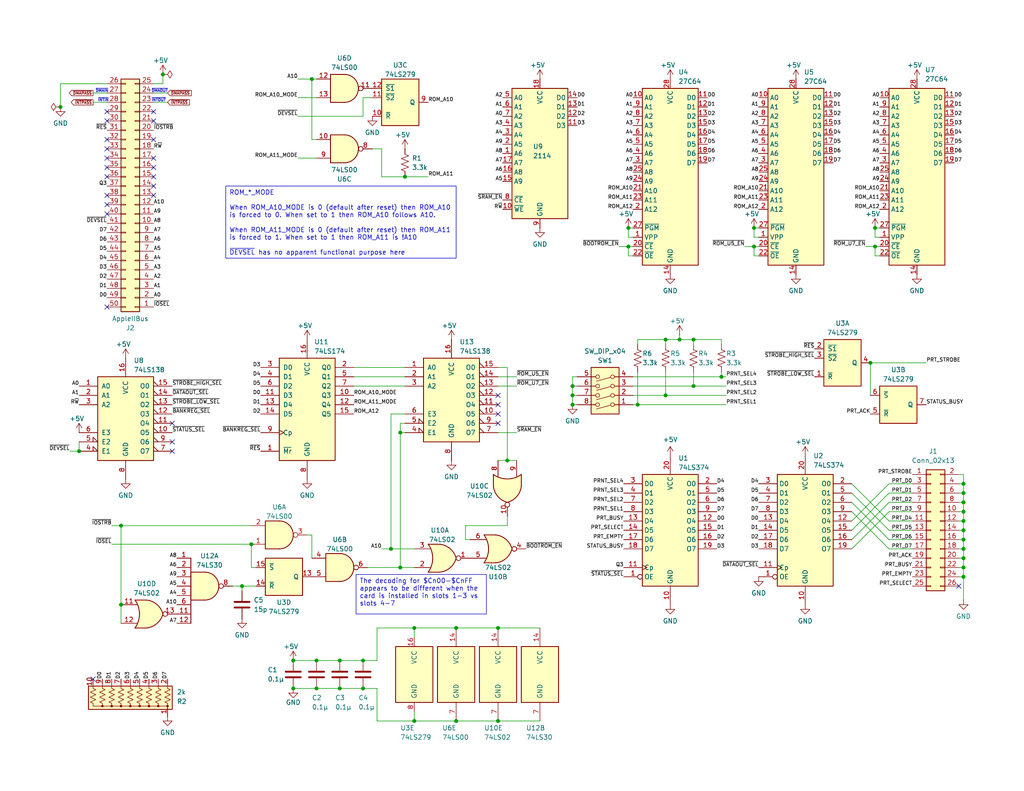
<source format=kicad_sch>
(kicad_sch (version 20231120) (generator "eeschema") (generator_version "8.0")
  (paper "USLetter")
  (title_block (title "Spies Laboratories NicePrint Card") (date "2023-10-25") (rev "2") (comment 2 "captured by Mark Aikens") (comment 3 "by Spies Laboratories") (comment 4 "Apple II printer card"))
  (lib_symbols
    (symbol "74xx:74LS00" (pin_names (offset 1.016))
      (property "Reference" "U" (at 0 1.27 0))
      (property "Value" "74LS00" (at 0 -1.27 0))
      (symbol "74LS00_1_1"
        (pin input line (at -7.62 2.54 0) (length 3.81) (name "~") (number "1"))
        (pin input line (at -7.62 -2.54 0) (length 3.81) (name "~") (number "2"))
        (pin output inverted (at 7.62 0 180) (length 3.81) (name "~") (number "3"))
      )
      (symbol "74LS00_1_2"
        (pin input inverted (at -7.62 2.54 0) (length 4.318) (name "~") (number "1"))
        (pin input inverted (at -7.62 -2.54 0) (length 4.318) (name "~") (number "2"))
        (pin output line (at 7.62 0 180) (length 3.81) (name "~") (number "3"))
      )
      (symbol "74LS00_2_1"
        (pin input line (at -7.62 2.54 0) (length 3.81) (name "~") (number "4"))
        (pin input line (at -7.62 -2.54 0) (length 3.81) (name "~") (number "5"))
        (pin output inverted (at 7.62 0 180) (length 3.81) (name "~") (number "6"))
      )
      (symbol "74LS00_2_2"
        (pin input inverted (at -7.62 2.54 0) (length 4.318) (name "~") (number "4"))
        (pin input inverted (at -7.62 -2.54 0) (length 4.318) (name "~") (number "5"))
        (pin output line (at 7.62 0 180) (length 3.81) (name "~") (number "6"))
      )
      (symbol "74LS00_3_1"
        (pin input line (at -7.62 -2.54 0) (length 3.81) (name "~") (number "10"))
        (pin output inverted (at 7.62 0 180) (length 3.81) (name "~") (number "8"))
        (pin input line (at -7.62 2.54 0) (length 3.81) (name "~") (number "9"))
      )
      (symbol "74LS00_3_2"
        (pin input inverted (at -7.62 -2.54 0) (length 4.318) (name "~") (number "10"))
        (pin output line (at 7.62 0 180) (length 3.81) (name "~") (number "8"))
        (pin input inverted (at -7.62 2.54 0) (length 4.318) (name "~") (number "9"))
      )
      (symbol "74LS00_4_1"
        (pin output inverted (at 7.62 0 180) (length 3.81) (name "~") (number "11"))
        (pin input line (at -7.62 2.54 0) (length 3.81) (name "~") (number "12"))
        (pin input line (at -7.62 -2.54 0) (length 3.81) (name "~") (number "13"))
      )
      (symbol "74LS00_4_2"
        (pin output line (at 7.62 0 180) (length 3.81) (name "~") (number "11"))
        (pin input inverted (at -7.62 2.54 0) (length 4.318) (name "~") (number "12"))
        (pin input inverted (at -7.62 -2.54 0) (length 4.318) (name "~") (number "13"))
      )
      (symbol "74LS00_5_0"
        (pin power_in line (at 0 12.7 270) (length 5.08) (name "VCC") (number "14"))
        (pin power_in line (at 0 -12.7 90) (length 5.08) (name "GND") (number "7"))
      )
    )
    (symbol "74xx:74LS02" (pin_names (offset 1.016))
      (property "Reference" "U" (at 0 1.27 0))
      (property "Value" "74LS02" (at 0 -1.27 0))
      (symbol "74LS02_1_1"
        (pin output inverted (at 7.62 0 180) (length 3.81) (name "~") (number "1"))
        (pin input line (at -7.62 2.54 0) (length 4.318) (name "~") (number "2"))
        (pin input line (at -7.62 -2.54 0) (length 4.318) (name "~") (number "3"))
      )
      (symbol "74LS02_1_2"
        (pin output line (at 7.62 0 180) (length 3.81) (name "~") (number "1"))
        (pin input inverted (at -7.62 2.54 0) (length 3.81) (name "~") (number "2"))
        (pin input inverted (at -7.62 -2.54 0) (length 3.81) (name "~") (number "3"))
      )
      (symbol "74LS02_2_1"
        (pin output inverted (at 7.62 0 180) (length 3.81) (name "~") (number "4"))
        (pin input line (at -7.62 2.54 0) (length 4.318) (name "~") (number "5"))
        (pin input line (at -7.62 -2.54 0) (length 4.318) (name "~") (number "6"))
      )
      (symbol "74LS02_2_2"
        (pin output line (at 7.62 0 180) (length 3.81) (name "~") (number "4"))
        (pin input inverted (at -7.62 2.54 0) (length 3.81) (name "~") (number "5"))
        (pin input inverted (at -7.62 -2.54 0) (length 3.81) (name "~") (number "6"))
      )
      (symbol "74LS02_3_1"
        (pin output inverted (at 7.62 0 180) (length 3.81) (name "~") (number "10"))
        (pin input line (at -7.62 2.54 0) (length 4.318) (name "~") (number "8"))
        (pin input line (at -7.62 -2.54 0) (length 4.318) (name "~") (number "9"))
      )
      (symbol "74LS02_3_2"
        (pin output line (at 7.62 0 180) (length 3.81) (name "~") (number "10"))
        (pin input inverted (at -7.62 2.54 0) (length 3.81) (name "~") (number "8"))
        (pin input inverted (at -7.62 -2.54 0) (length 3.81) (name "~") (number "9"))
      )
      (symbol "74LS02_4_1"
        (pin input line (at -7.62 2.54 0) (length 4.318) (name "~") (number "11"))
        (pin input line (at -7.62 -2.54 0) (length 4.318) (name "~") (number "12"))
        (pin output inverted (at 7.62 0 180) (length 3.81) (name "~") (number "13"))
      )
      (symbol "74LS02_4_2"
        (pin input inverted (at -7.62 2.54 0) (length 3.81) (name "~") (number "11"))
        (pin input inverted (at -7.62 -2.54 0) (length 3.81) (name "~") (number "12"))
        (pin output line (at 7.62 0 180) (length 3.81) (name "~") (number "13"))
      )
      (symbol "74LS02_5_0"
        (pin power_in line (at 0 12.7 270) (length 5.08) (name "VCC") (number "14"))
        (pin power_in line (at 0 -12.7 90) (length 5.08) (name "GND") (number "7"))
      )
    )
    (symbol "74xx:74LS138" (pin_names (offset 1.016))
      (property "Reference" "U" (at -7.62 11.43 0))
      (property "Value" "74LS138" (at -7.62 -13.97 0))
      (symbol "74LS138_1_0"
        (pin input line (at -12.7 7.62 0) (length 5.08) (name "A0") (number "1"))
        (pin output output_low (at 12.7 -5.08 180) (length 5.08) (name "O5") (number "10"))
        (pin output output_low (at 12.7 -2.54 180) (length 5.08) (name "O4") (number "11"))
        (pin output output_low (at 12.7 0 180) (length 5.08) (name "O3") (number "12"))
        (pin output output_low (at 12.7 2.54 180) (length 5.08) (name "O2") (number "13"))
        (pin output output_low (at 12.7 5.08 180) (length 5.08) (name "O1") (number "14"))
        (pin output output_low (at 12.7 7.62 180) (length 5.08) (name "O0") (number "15"))
        (pin power_in line (at 0 15.24 270) (length 5.08) (name "VCC") (number "16"))
        (pin input line (at -12.7 5.08 0) (length 5.08) (name "A1") (number "2"))
        (pin input line (at -12.7 2.54 0) (length 5.08) (name "A2") (number "3"))
        (pin input input_low (at -12.7 -10.16 0) (length 5.08) (name "E1") (number "4"))
        (pin input input_low (at -12.7 -7.62 0) (length 5.08) (name "E2") (number "5"))
        (pin input line (at -12.7 -5.08 0) (length 5.08) (name "E3") (number "6"))
        (pin output output_low (at 12.7 -10.16 180) (length 5.08) (name "O7") (number "7"))
        (pin power_in line (at 0 -17.78 90) (length 5.08) (name "GND") (number "8"))
        (pin output output_low (at 12.7 -7.62 180) (length 5.08) (name "O6") (number "9"))
      )
    )
    (symbol "74xx:74LS174" (pin_names (offset 1.016))
      (property "Reference" "U" (at -7.62 13.97 0))
      (property "Value" "74LS174" (at -7.62 -16.51 0))
      (symbol "74LS174_1_0"
        (pin input line (at -12.7 -12.7 0) (length 5.08) (name "~{Mr}") (number "1"))
        (pin output line (at 12.7 2.54 180) (length 5.08) (name "Q3") (number "10"))
        (pin input line (at -12.7 2.54 0) (length 5.08) (name "D3") (number "11"))
        (pin output line (at 12.7 0 180) (length 5.08) (name "Q4") (number "12"))
        (pin input line (at -12.7 0 0) (length 5.08) (name "D4") (number "13"))
        (pin input line (at -12.7 -2.54 0) (length 5.08) (name "D5") (number "14"))
        (pin output line (at 12.7 -2.54 180) (length 5.08) (name "Q5") (number "15"))
        (pin power_in line (at 0 17.78 270) (length 5.08) (name "VCC") (number "16"))
        (pin output line (at 12.7 10.16 180) (length 5.08) (name "Q0") (number "2"))
        (pin input line (at -12.7 10.16 0) (length 5.08) (name "D0") (number "3"))
        (pin input line (at -12.7 7.62 0) (length 5.08) (name "D1") (number "4"))
        (pin output line (at 12.7 7.62 180) (length 5.08) (name "Q1") (number "5"))
        (pin input line (at -12.7 5.08 0) (length 5.08) (name "D2") (number "6"))
        (pin output line (at 12.7 5.08 180) (length 5.08) (name "Q2") (number "7"))
        (pin power_in line (at 0 -20.32 90) (length 5.08) (name "GND") (number "8"))
        (pin input clock (at -12.7 -7.62 0) (length 5.08) (name "Cp") (number "9"))
      )
    )
    (symbol "74xx:74LS30" (pin_names (offset 1.016))
      (property "Reference" "U" (at 0 1.27 0))
      (property "Value" "74LS30" (at 0 -1.27 0))
      (symbol "74LS30_1_1"
        (pin input line (at -7.62 7.62 0) (length 3.81) (name "~") (number "1"))
        (pin input line (at -7.62 -7.62 0) (length 3.81) (name "~") (number "11"))
        (pin input line (at -7.62 -10.16 0) (length 3.81) (name "~") (number "12"))
        (pin input line (at -7.62 5.08 0) (length 3.81) (name "~") (number "2"))
        (pin input line (at -7.62 2.54 0) (length 3.81) (name "~") (number "3"))
        (pin input line (at -7.62 0 0) (length 3.81) (name "~") (number "4"))
        (pin input line (at -7.62 -2.54 0) (length 3.81) (name "~") (number "5"))
        (pin input line (at -7.62 -5.08 0) (length 3.81) (name "~") (number "6"))
        (pin output inverted (at 7.62 0 180) (length 3.81) (name "~") (number "8"))
      )
      (symbol "74LS30_1_2"
        (pin input inverted (at -7.62 7.62 0) (length 3.81) (name "~") (number "1"))
        (pin input inverted (at -7.62 -7.62 0) (length 3.81) (name "~") (number "11"))
        (pin input inverted (at -7.62 -10.16 0) (length 3.81) (name "~") (number "12"))
        (pin input inverted (at -7.62 5.08 0) (length 3.81) (name "~") (number "2"))
        (pin input inverted (at -7.62 2.54 0) (length 4.5466) (name "~") (number "3"))
        (pin input inverted (at -7.62 0 0) (length 5.08) (name "~") (number "4"))
        (pin input inverted (at -7.62 -2.54 0) (length 4.5466) (name "~") (number "5"))
        (pin input inverted (at -7.62 -5.08 0) (length 3.81) (name "~") (number "6"))
        (pin output line (at 7.62 0 180) (length 3.81) (name "~") (number "8"))
      )
      (symbol "74LS30_2_0"
        (pin power_in line (at 0 12.7 270) (length 5.08) (name "VCC") (number "14"))
        (pin power_in line (at 0 -12.7 90) (length 5.08) (name "GND") (number "7"))
      )
    )
    (symbol "74xx:74LS374"
      (property "Reference" "U" (at -7.62 16.51 0))
      (property "Value" "74LS374" (at -7.62 -16.51 0))
      (symbol "74LS374_1_0"
        (pin input inverted (at -12.7 -12.7 0) (length 5.08) (name "OE") (number "1"))
        (pin power_in line (at 0 -20.32 90) (length 5.08) (name "GND") (number "10"))
        (pin input clock (at -12.7 -10.16 0) (length 5.08) (name "Cp") (number "11"))
        (pin tri_state line (at 12.7 2.54 180) (length 5.08) (name "O4") (number "12"))
        (pin input line (at -12.7 2.54 0) (length 5.08) (name "D4") (number "13"))
        (pin input line (at -12.7 0 0) (length 5.08) (name "D5") (number "14"))
        (pin tri_state line (at 12.7 0 180) (length 5.08) (name "O5") (number "15"))
        (pin tri_state line (at 12.7 -2.54 180) (length 5.08) (name "O6") (number "16"))
        (pin input line (at -12.7 -2.54 0) (length 5.08) (name "D6") (number "17"))
        (pin input line (at -12.7 -5.08 0) (length 5.08) (name "D7") (number "18"))
        (pin tri_state line (at 12.7 -5.08 180) (length 5.08) (name "O7") (number "19"))
        (pin tri_state line (at 12.7 12.7 180) (length 5.08) (name "O0") (number "2"))
        (pin power_in line (at 0 20.32 270) (length 5.08) (name "VCC") (number "20"))
        (pin input line (at -12.7 12.7 0) (length 5.08) (name "D0") (number "3"))
        (pin input line (at -12.7 10.16 0) (length 5.08) (name "D1") (number "4"))
        (pin tri_state line (at 12.7 10.16 180) (length 5.08) (name "O1") (number "5"))
        (pin tri_state line (at 12.7 7.62 180) (length 5.08) (name "O2") (number "6"))
        (pin input line (at -12.7 7.62 0) (length 5.08) (name "D2") (number "7"))
        (pin input line (at -12.7 5.08 0) (length 5.08) (name "D3") (number "8"))
        (pin tri_state line (at 12.7 5.08 180) (length 5.08) (name "O3") (number "9"))
      )
    )
    (symbol "Connector_Generic:Conn_02x13_Odd_Even" (pin_names (offset 1.016) hide)
      (property "Reference" "J" (at 1.27 17.78 0))
      (property "Value" "Conn_02x13_Odd_Even" (at 1.27 -17.78 0))
      (symbol "Conn_02x13_Odd_Even_1_1"
        (pin passive line (at -5.08 15.24 0) (length 3.81) (name "Pin_1") (number "1"))
        (pin passive line (at 7.62 5.08 180) (length 3.81) (name "Pin_10") (number "10"))
        (pin passive line (at -5.08 2.54 0) (length 3.81) (name "Pin_11") (number "11"))
        (pin passive line (at 7.62 2.54 180) (length 3.81) (name "Pin_12") (number "12"))
        (pin passive line (at -5.08 0 0) (length 3.81) (name "Pin_13") (number "13"))
        (pin passive line (at 7.62 0 180) (length 3.81) (name "Pin_14") (number "14"))
        (pin passive line (at -5.08 -2.54 0) (length 3.81) (name "Pin_15") (number "15"))
        (pin passive line (at 7.62 -2.54 180) (length 3.81) (name "Pin_16") (number "16"))
        (pin passive line (at -5.08 -5.08 0) (length 3.81) (name "Pin_17") (number "17"))
        (pin passive line (at 7.62 -5.08 180) (length 3.81) (name "Pin_18") (number "18"))
        (pin passive line (at -5.08 -7.62 0) (length 3.81) (name "Pin_19") (number "19"))
        (pin passive line (at 7.62 15.24 180) (length 3.81) (name "Pin_2") (number "2"))
        (pin passive line (at 7.62 -7.62 180) (length 3.81) (name "Pin_20") (number "20"))
        (pin passive line (at -5.08 -10.16 0) (length 3.81) (name "Pin_21") (number "21"))
        (pin passive line (at 7.62 -10.16 180) (length 3.81) (name "Pin_22") (number "22"))
        (pin passive line (at -5.08 -12.7 0) (length 3.81) (name "Pin_23") (number "23"))
        (pin passive line (at 7.62 -12.7 180) (length 3.81) (name "Pin_24") (number "24"))
        (pin passive line (at -5.08 -15.24 0) (length 3.81) (name "Pin_25") (number "25"))
        (pin passive line (at 7.62 -15.24 180) (length 3.81) (name "Pin_26") (number "26"))
        (pin passive line (at -5.08 12.7 0) (length 3.81) (name "Pin_3") (number "3"))
        (pin passive line (at 7.62 12.7 180) (length 3.81) (name "Pin_4") (number "4"))
        (pin passive line (at -5.08 10.16 0) (length 3.81) (name "Pin_5") (number "5"))
        (pin passive line (at 7.62 10.16 180) (length 3.81) (name "Pin_6") (number "6"))
        (pin passive line (at -5.08 7.62 0) (length 3.81) (name "Pin_7") (number "7"))
        (pin passive line (at 7.62 7.62 180) (length 3.81) (name "Pin_8") (number "8"))
        (pin passive line (at -5.08 5.08 0) (length 3.81) (name "Pin_9") (number "9"))
      )
    )
    (symbol "Connector_Generic:Conn_02x25_Counter_Clockwise" (pin_names (offset 1.016) hide)
      (property "Reference" "J" (at 1.27 33.02 0))
      (property "Value" "Conn_02x25_Counter_Clockwise" (at 1.27 -33.02 0))
      (symbol "Conn_02x25_Counter_Clockwise_1_1"
        (pin passive line (at -5.08 30.48 0) (length 3.81) (name "Pin_1") (number "1"))
        (pin passive line (at -5.08 7.62 0) (length 3.81) (name "Pin_10") (number "10"))
        (pin passive line (at -5.08 5.08 0) (length 3.81) (name "Pin_11") (number "11"))
        (pin passive line (at -5.08 2.54 0) (length 3.81) (name "Pin_12") (number "12"))
        (pin passive line (at -5.08 0 0) (length 3.81) (name "Pin_13") (number "13"))
        (pin passive line (at -5.08 -2.54 0) (length 3.81) (name "Pin_14") (number "14"))
        (pin passive line (at -5.08 -5.08 0) (length 3.81) (name "Pin_15") (number "15"))
        (pin passive line (at -5.08 -7.62 0) (length 3.81) (name "Pin_16") (number "16"))
        (pin passive line (at -5.08 -10.16 0) (length 3.81) (name "Pin_17") (number "17"))
        (pin passive line (at -5.08 -12.7 0) (length 3.81) (name "Pin_18") (number "18"))
        (pin passive line (at -5.08 -15.24 0) (length 3.81) (name "Pin_19") (number "19"))
        (pin passive line (at -5.08 27.94 0) (length 3.81) (name "Pin_2") (number "2"))
        (pin passive line (at -5.08 -17.78 0) (length 3.81) (name "Pin_20") (number "20"))
        (pin passive line (at -5.08 -20.32 0) (length 3.81) (name "Pin_21") (number "21"))
        (pin passive line (at -5.08 -22.86 0) (length 3.81) (name "Pin_22") (number "22"))
        (pin passive line (at -5.08 -25.4 0) (length 3.81) (name "Pin_23") (number "23"))
        (pin passive line (at -5.08 -27.94 0) (length 3.81) (name "Pin_24") (number "24"))
        (pin passive line (at -5.08 -30.48 0) (length 3.81) (name "Pin_25") (number "25"))
        (pin passive line (at 7.62 -30.48 180) (length 3.81) (name "Pin_26") (number "26"))
        (pin passive line (at 7.62 -27.94 180) (length 3.81) (name "Pin_27") (number "27"))
        (pin passive line (at 7.62 -25.4 180) (length 3.81) (name "Pin_28") (number "28"))
        (pin passive line (at 7.62 -22.86 180) (length 3.81) (name "Pin_29") (number "29"))
        (pin passive line (at -5.08 25.4 0) (length 3.81) (name "Pin_3") (number "3"))
        (pin passive line (at 7.62 -20.32 180) (length 3.81) (name "Pin_30") (number "30"))
        (pin passive line (at 7.62 -17.78 180) (length 3.81) (name "Pin_31") (number "31"))
        (pin passive line (at 7.62 -15.24 180) (length 3.81) (name "Pin_32") (number "32"))
        (pin passive line (at 7.62 -12.7 180) (length 3.81) (name "Pin_33") (number "33"))
        (pin passive line (at 7.62 -10.16 180) (length 3.81) (name "Pin_34") (number "34"))
        (pin passive line (at 7.62 -7.62 180) (length 3.81) (name "Pin_35") (number "35"))
        (pin passive line (at 7.62 -5.08 180) (length 3.81) (name "Pin_36") (number "36"))
        (pin passive line (at 7.62 -2.54 180) (length 3.81) (name "Pin_37") (number "37"))
        (pin passive line (at 7.62 0 180) (length 3.81) (name "Pin_38") (number "38"))
        (pin passive line (at 7.62 2.54 180) (length 3.81) (name "Pin_39") (number "39"))
        (pin passive line (at -5.08 22.86 0) (length 3.81) (name "Pin_4") (number "4"))
        (pin passive line (at 7.62 5.08 180) (length 3.81) (name "Pin_40") (number "40"))
        (pin passive line (at 7.62 7.62 180) (length 3.81) (name "Pin_41") (number "41"))
        (pin passive line (at 7.62 10.16 180) (length 3.81) (name "Pin_42") (number "42"))
        (pin passive line (at 7.62 12.7 180) (length 3.81) (name "Pin_43") (number "43"))
        (pin passive line (at 7.62 15.24 180) (length 3.81) (name "Pin_44") (number "44"))
        (pin passive line (at 7.62 17.78 180) (length 3.81) (name "Pin_45") (number "45"))
        (pin passive line (at 7.62 20.32 180) (length 3.81) (name "Pin_46") (number "46"))
        (pin passive line (at 7.62 22.86 180) (length 3.81) (name "Pin_47") (number "47"))
        (pin passive line (at 7.62 25.4 180) (length 3.81) (name "Pin_48") (number "48"))
        (pin passive line (at 7.62 27.94 180) (length 3.81) (name "Pin_49") (number "49"))
        (pin passive line (at -5.08 20.32 0) (length 3.81) (name "Pin_5") (number "5"))
        (pin passive line (at 7.62 30.48 180) (length 3.81) (name "Pin_50") (number "50"))
        (pin passive line (at -5.08 17.78 0) (length 3.81) (name "Pin_6") (number "6"))
        (pin passive line (at -5.08 15.24 0) (length 3.81) (name "Pin_7") (number "7"))
        (pin passive line (at -5.08 12.7 0) (length 3.81) (name "Pin_8") (number "8"))
        (pin passive line (at -5.08 10.16 0) (length 3.81) (name "Pin_9") (number "9"))
      )
    )
    (symbol "Device:C" (pin_numbers hide) (pin_names (offset 0.254))
      (property "Reference" "C" (at 0.635 2.54 0))
      (property "Value" "C" (at 0.635 -2.54 0))
      (symbol "C_1_1"
        (pin passive line (at 0 3.81 270) (length 2.794) (name "~") (number "1"))
        (pin passive line (at 0 -3.81 90) (length 2.794) (name "~") (number "2"))
      )
    )
    (symbol "Device:R_Network09_US" (pin_names (offset 0) hide)
      (property "Reference" "RN" (at -12.7 0 90))
      (property "Value" "R_Network09_US" (at 12.7 0 90))
      (symbol "R_Network09_US_1_1"
        (pin passive line (at -10.16 5.08 270) (length 2.54) (name "common") (number "1"))
        (pin passive line (at 10.16 -5.08 90) (length 1.27) (name "R9") (number "10"))
        (pin passive line (at -10.16 -5.08 90) (length 1.27) (name "R1") (number "2"))
        (pin passive line (at -7.62 -5.08 90) (length 1.27) (name "R2") (number "3"))
        (pin passive line (at -5.08 -5.08 90) (length 1.27) (name "R3") (number "4"))
        (pin passive line (at -2.54 -5.08 90) (length 1.27) (name "R4") (number "5"))
        (pin passive line (at 0 -5.08 90) (length 1.27) (name "R5") (number "6"))
        (pin passive line (at 2.54 -5.08 90) (length 1.27) (name "R6") (number "7"))
        (pin passive line (at 5.08 -5.08 90) (length 1.27) (name "R7") (number "8"))
        (pin passive line (at 7.62 -5.08 90) (length 1.27) (name "R8") (number "9"))
      )
    )
    (symbol "Device:R_US" (pin_numbers hide) (pin_names (offset 0))
      (property "Reference" "R" (at 2.54 0 90))
      (property "Value" "R_US" (at -2.54 0 90))
      (symbol "R_US_1_1"
        (pin passive line (at 0 3.81 270) (length 1.27) (name "~") (number "1"))
        (pin passive line (at 0 -3.81 90) (length 1.27) (name "~") (number "2"))
      )
    )
    (symbol "Logic_Legacy:74LS279" (pin_names (offset 1.016))
      (property "Reference" "U" (at -10.16 7.62 0))
      (property "Value" "74LS279" (at -7.62 -8.89 0))
      (symbol "74LS279_1_0"
        (pin input line (at -7.62 -3.81 0) (length 2.54) (name "~{R}") (number "1"))
        (pin input line (at -7.62 3.81 0) (length 2.54) (name "~{S1}") (number "2"))
        (pin input line (at -7.62 1.27 0) (length 2.54) (name "~{S2}") (number "3"))
        (pin output line (at 7.62 0 180) (length 2.54) (name "Q") (number "4"))
      )
      (symbol "74LS279_2_0"
        (pin input line (at -7.62 -2.54 0) (length 2.54) (name "~{R}") (number "5"))
        (pin input line (at -7.62 2.54 0) (length 2.54) (name "~{S}") (number "6"))
        (pin output line (at 7.62 0 180) (length 2.54) (name "Q") (number "7"))
      )
      (symbol "74LS279_3_0"
        (pin input line (at -7.62 -3.81 0) (length 2.54) (name "~{R}") (number "10"))
        (pin input line (at -7.62 1.27 0) (length 2.54) (name "~{S2}") (number "11"))
        (pin input line (at -7.62 3.81 0) (length 2.54) (name "~{S1}") (number "12"))
        (pin output line (at 7.62 0 180) (length 2.54) (name "Q") (number "9"))
      )
      (symbol "74LS279_4_0"
        (pin output line (at 7.62 0 180) (length 2.54) (name "Q") (number "13"))
        (pin input line (at -7.62 -2.54 0) (length 2.54) (name "~{R}") (number "14"))
        (pin input line (at -7.62 2.54 0) (length 2.54) (name "~{S}") (number "15"))
      )
      (symbol "74LS279_5_0"
        (pin power_in line (at 0 10.16 270) (length 2.54) (name "VCC") (number "16"))
        (pin power_in line (at 0 -10.16 90) (length 2.54) (name "GND") (number "8"))
      )
    )
    (symbol "Memory_EPROM:27C64"
      (property "Reference" "U" (at -7.62 24.13 0))
      (property "Value" "27C64" (at 2.54 -26.67 0))
      (symbol "27C64_1_1"
        (pin input line (at -10.16 -17.78 0) (length 2.54) (name "VPP") (number "1"))
        (pin input line (at -10.16 20.32 0) (length 2.54) (name "A0") (number "10"))
        (pin tri_state line (at 10.16 20.32 180) (length 2.54) (name "D0") (number "11"))
        (pin tri_state line (at 10.16 17.78 180) (length 2.54) (name "D1") (number "12"))
        (pin tri_state line (at 10.16 15.24 180) (length 2.54) (name "D2") (number "13"))
        (pin power_in line (at 0 -27.94 90) (length 2.54) (name "GND") (number "14"))
        (pin tri_state line (at 10.16 12.7 180) (length 2.54) (name "D3") (number "15"))
        (pin tri_state line (at 10.16 10.16 180) (length 2.54) (name "D4") (number "16"))
        (pin tri_state line (at 10.16 7.62 180) (length 2.54) (name "D5") (number "17"))
        (pin tri_state line (at 10.16 5.08 180) (length 2.54) (name "D6") (number "18"))
        (pin tri_state line (at 10.16 2.54 180) (length 2.54) (name "D7") (number "19"))
        (pin input line (at -10.16 -10.16 0) (length 2.54) (name "A12") (number "2"))
        (pin input line (at -10.16 -20.32 0) (length 2.54) (name "~{CE}") (number "20"))
        (pin input line (at -10.16 -5.08 0) (length 2.54) (name "A10") (number "21"))
        (pin input line (at -10.16 -22.86 0) (length 2.54) (name "~{OE}") (number "22"))
        (pin input line (at -10.16 -7.62 0) (length 2.54) (name "A11") (number "23"))
        (pin input line (at -10.16 -2.54 0) (length 2.54) (name "A9") (number "24"))
        (pin input line (at -10.16 0 0) (length 2.54) (name "A8") (number "25"))
        (pin no_connect line (at 7.62 0 180) (length 2.54) hide (name "NC") (number "26"))
        (pin input line (at -10.16 -15.24 0) (length 2.54) (name "~{PGM}") (number "27"))
        (pin power_in line (at 0 25.4 270) (length 2.54) (name "VCC") (number "28"))
        (pin input line (at -10.16 2.54 0) (length 2.54) (name "A7") (number "3"))
        (pin input line (at -10.16 5.08 0) (length 2.54) (name "A6") (number "4"))
        (pin input line (at -10.16 7.62 0) (length 2.54) (name "A5") (number "5"))
        (pin input line (at -10.16 10.16 0) (length 2.54) (name "A4") (number "6"))
        (pin input line (at -10.16 12.7 0) (length 2.54) (name "A3") (number "7"))
        (pin input line (at -10.16 15.24 0) (length 2.54) (name "A2") (number "8"))
        (pin input line (at -10.16 17.78 0) (length 2.54) (name "A1") (number "9"))
      )
    )
    (symbol "Memory_Legacy:2114"
      (property "Reference" "U" (at -7.62 19.05 0))
      (property "Value" "2114" (at 2.54 -19.05 0))
      (symbol "2114_1_1"
        (pin input line (at -10.16 0 0) (length 2.54) (name "A6") (number "1"))
        (pin input line (at -10.16 -15.24 0) (length 2.54) (name "~{WE}") (number "10"))
        (pin tri_state line (at 10.16 7.62 180) (length 2.54) (name "D3") (number "11"))
        (pin tri_state line (at 10.16 10.16 180) (length 2.54) (name "D2") (number "12"))
        (pin tri_state line (at 10.16 12.7 180) (length 2.54) (name "D1") (number "13"))
        (pin tri_state line (at 10.16 15.24 180) (length 2.54) (name "D0") (number "14"))
        (pin input line (at -10.16 -7.62 0) (length 2.54) (name "A9") (number "15"))
        (pin input line (at -10.16 -5.08 0) (length 2.54) (name "A8") (number "16"))
        (pin input line (at -10.16 -2.54 0) (length 2.54) (name "A7") (number "17"))
        (pin power_in line (at 0 20.32 270) (length 2.54) (name "VCC") (number "18"))
        (pin input line (at -10.16 2.54 0) (length 2.54) (name "A5") (number "2"))
        (pin input line (at -10.16 5.08 0) (length 2.54) (name "A4") (number "3"))
        (pin input line (at -10.16 7.62 0) (length 2.54) (name "A3") (number "4"))
        (pin input line (at -10.16 15.24 0) (length 2.54) (name "A0") (number "5"))
        (pin input line (at -10.16 12.7 0) (length 2.54) (name "A1") (number "6"))
        (pin input line (at -10.16 10.16 0) (length 2.54) (name "A2") (number "7"))
        (pin input line (at -10.16 -12.7 0) (length 2.54) (name "~{CE}") (number "8"))
        (pin power_in line (at 0 -20.32 90) (length 2.54) (name "GND") (number "9"))
      )
    )
    (symbol "Switch:SW_DIP_x04" (pin_names (offset 0) hide)
      (property "Reference" "SW" (at 0 8.89 0))
      (property "Value" "SW_DIP_x04" (at 0 -6.35 0))
      (symbol "SW_DIP_x04_1_1"
        (pin passive line (at -7.62 5.08 0) (length 5.08) (name "~") (number "1"))
        (pin passive line (at -7.62 2.54 0) (length 5.08) (name "~") (number "2"))
        (pin passive line (at -7.62 0 0) (length 5.08) (name "~") (number "3"))
        (pin passive line (at -7.62 -2.54 0) (length 5.08) (name "~") (number "4"))
        (pin passive line (at 7.62 -2.54 180) (length 5.08) (name "~") (number "5"))
        (pin passive line (at 7.62 0 180) (length 5.08) (name "~") (number "6"))
        (pin passive line (at 7.62 2.54 180) (length 5.08) (name "~") (number "7"))
        (pin passive line (at 7.62 5.08 180) (length 5.08) (name "~") (number "8"))
      )
    )
    (symbol "power:+5V" (power) (pin_numbers hide) (pin_names (offset 0) hide)
      (property "Value" "+5V" (at 0 3.556 0))
      (symbol "+5V_1_1"
        (pin power_in line (at 0 0 90) (length 0) (name "~") (number "1"))
      )
    )
    (symbol "power:GND" (power) (pin_numbers hide) (pin_names (offset 0) hide)
      (property "Value" "GND" (at 0 -3.81 0))
      (symbol "GND_1_1"
        (pin power_in line (at 0 0 270) (length 0) (name "~") (number "1"))
      )
    )
    (symbol "power:PWR_FLAG" (power) (pin_numbers hide) (pin_names (offset 0) hide)
      (property "Value" "PWR_FLAG" (at 0 3.81 0))
      (symbol "PWR_FLAG_0_0"
        (pin power_out line (at 0 0 90) (length 0) (name "~") (number "1"))
      )
    )
  )
  (junction (at 124.46 171.45))
  (junction (at 262.89 147.32))
  (junction (at 205.74 62.23))
  (junction (at 171.45 67.31))
  (junction (at 113.03 196.85))
  (junction (at 181.61 92.71))
  (junction (at 262.89 142.24))
  (junction (at 86.36 180.34))
  (junction (at 80.01 187.96))
  (junction (at 33.02 165.1))
  (junction (at 135.89 196.85))
  (junction (at 135.89 171.45))
  (junction (at 21.59 123.19))
  (junction (at 185.42 92.71))
  (junction (at 156.21 105.41))
  (junction (at 66.04 160.02))
  (junction (at 262.89 157.48))
  (junction (at 196.85 102.87))
  (junction (at 156.21 107.95))
  (junction (at 189.23 105.41))
  (junction (at 262.89 134.62))
  (junction (at 44.45 20.32))
  (junction (at 92.71 187.96))
  (junction (at 80.01 180.34))
  (junction (at 109.22 118.11))
  (junction (at 262.89 139.7))
  (junction (at 238.76 62.23))
  (junction (at 92.71 180.34))
  (junction (at 237.49 99.06))
  (junction (at 124.46 196.85))
  (junction (at 262.89 144.78))
  (junction (at 138.43 125.73))
  (junction (at 99.06 180.34))
  (junction (at 110.49 48.26))
  (junction (at 262.89 132.08))
  (junction (at 262.89 152.4))
  (junction (at 262.89 137.16))
  (junction (at 99.06 187.96))
  (junction (at 173.99 110.49))
  (junction (at 33.02 143.51))
  (junction (at 262.89 154.94))
  (junction (at 171.45 62.23))
  (junction (at 238.76 67.31))
  (junction (at 262.89 149.86))
  (junction (at 109.22 154.94))
  (junction (at 189.23 92.71))
  (junction (at 113.03 171.45))
  (junction (at 205.74 67.31))
  (junction (at 16.51 29.21))
  (junction (at 86.36 187.96))
  (junction (at 181.61 107.95))
  (junction (at 85.09 21.59))
  (junction (at 156.21 110.49))
  (junction (at 68.58 148.59))
  (junction (at 106.68 149.86))
  (no_connect (at 135.89 107.95))
  (no_connect (at 29.21 38.1))
  (no_connect (at 29.21 33.02))
  (no_connect (at 29.21 43.18))
  (no_connect (at 41.91 53.34))
  (no_connect (at 46.99 115.57))
  (no_connect (at 29.21 83.82))
  (no_connect (at 46.99 123.19))
  (no_connect (at 261.62 160.02))
  (no_connect (at 29.21 48.26))
  (no_connect (at 29.21 55.88))
  (no_connect (at 25.4 185.42))
  (no_connect (at 29.21 58.42))
  (no_connect (at 41.91 50.8))
  (no_connect (at 29.21 45.72))
  (no_connect (at 135.89 113.03))
  (no_connect (at 46.99 120.65))
  (no_connect (at 41.91 38.1))
  (no_connect (at 41.91 45.72))
  (no_connect (at 41.91 30.48))
  (no_connect (at 41.91 33.02))
  (no_connect (at 29.21 30.48))
  (no_connect (at 135.89 115.57))
  (no_connect (at 29.21 53.34))
  (no_connect (at 135.89 110.49))
  (no_connect (at 41.91 43.18))
  (no_connect (at 29.21 40.64))
  (no_connect (at 41.91 48.26))
  (wire (pts (xy 116.84 48.26) (xy 110.49 48.26)))
  (wire (pts (xy 262.89 154.94) (xy 262.89 157.48)))
  (wire (pts (xy 261.62 134.62) (xy 262.89 134.62)))
  (wire (pts (xy 113.03 171.45) (xy 113.03 173.99)))
  (wire (pts (xy 113.03 196.85) (xy 113.03 194.31)))
  (wire (pts (xy 238.76 69.85) (xy 238.76 67.31)))
  (wire (pts (xy 171.45 69.85) (xy 172.72 69.85)))
  (wire (pts (xy 261.62 139.7) (xy 262.89 139.7)))
  (wire (pts (xy 261.62 152.4) (xy 262.89 152.4)))
  (wire (pts (xy 21.59 120.65) (xy 21.59 123.19)))
  (wire (pts (xy 140.97 118.11) (xy 135.89 118.11)))
  (wire (pts (xy 242.57 139.7) (xy 248.92 139.7)))
  (wire (pts (xy 185.42 92.71) (xy 189.23 92.71)))
  (wire (pts (xy 102.87 171.45) (xy 113.03 171.45)))
  (wire (pts (xy 92.71 180.34) (xy 99.06 180.34)))
  (wire (pts (xy 124.46 171.45) (xy 135.89 171.45)))
  (wire (pts (xy 68.58 154.94) (xy 68.58 148.59)))
  (wire (pts (xy 242.57 134.62) (xy 232.41 144.78)))
  (wire (pts (xy 135.89 171.45) (xy 147.32 171.45)))
  (wire (pts (xy 262.89 134.62) (xy 262.89 137.16)))
  (wire (pts (xy 86.36 187.96) (xy 92.71 187.96)))
  (wire (pts (xy 173.99 92.71) (xy 181.61 92.71)))
  (wire (pts (xy 86.36 21.59) (xy 85.09 21.59)))
  (wire (pts (xy 232.41 142.24) (xy 242.57 132.08)))
  (wire (pts (xy 173.99 110.49) (xy 198.12 110.49)))
  (wire (pts (xy 156.21 102.87) (xy 156.21 105.41)))
  (wire (pts (xy 189.23 101.6) (xy 189.23 105.41)))
  (wire (pts (xy 104.14 149.86) (xy 106.68 149.86)))
  (wire (pts (xy 135.89 196.85) (xy 147.32 196.85)))
  (wire (pts (xy 189.23 105.41) (xy 198.12 105.41)))
  (wire (pts (xy 181.61 107.95) (xy 198.12 107.95)))
  (wire (pts (xy 156.21 105.41) (xy 156.21 107.95)))
  (wire (pts (xy 124.46 196.85) (xy 135.89 196.85)))
  (wire (pts (xy 81.28 31.75) (xy 99.06 31.75)))
  (wire (pts (xy 205.74 67.31) (xy 207.01 67.31)))
  (wire (pts (xy 196.85 102.87) (xy 198.12 102.87)))
  (wire (pts (xy 262.89 149.86) (xy 262.89 152.4)))
  (wire (pts (xy 262.89 142.24) (xy 262.89 144.78)))
  (wire (pts (xy 30.48 148.59) (xy 68.58 148.59)))
  (wire (pts (xy 261.62 147.32) (xy 262.89 147.32)))
  (wire (pts (xy 261.62 149.86) (xy 262.89 149.86)))
  (wire (pts (xy 113.03 171.45) (xy 124.46 171.45)))
  (wire (pts (xy 196.85 92.71) (xy 196.85 93.98)))
  (wire (pts (xy 168.91 67.31) (xy 171.45 67.31)))
  (wire (pts (xy 140.97 105.41) (xy 135.89 105.41)))
  (wire (pts (xy 261.62 144.78) (xy 262.89 144.78)))
  (wire (pts (xy 156.21 107.95) (xy 156.21 110.49)))
  (wire (pts (xy 86.36 43.18) (xy 81.28 43.18)))
  (wire (pts (xy 262.89 144.78) (xy 262.89 147.32)))
  (wire (pts (xy 171.45 67.31) (xy 172.72 67.31)))
  (wire (pts (xy 181.61 92.71) (xy 185.42 92.71)))
  (wire (pts (xy 109.22 118.11) (xy 110.49 118.11)))
  (wire (pts (xy 171.45 64.77) (xy 172.72 64.77)))
  (wire (pts (xy 156.21 110.49) (xy 157.48 110.49)))
  (wire (pts (xy 113.03 196.85) (xy 124.46 196.85)))
  (wire (pts (xy 33.02 165.1) (xy 33.02 170.18)))
  (wire (pts (xy 242.57 142.24) (xy 232.41 132.08)))
  (wire (pts (xy 109.22 154.94) (xy 113.03 154.94)))
  (wire (pts (xy 81.28 26.67) (xy 86.36 26.67)))
  (wire (pts (xy 135.89 100.33) (xy 138.43 100.33)))
  (wire (pts (xy 261.62 132.08) (xy 262.89 132.08)))
  (wire (pts (xy 242.57 144.78) (xy 248.92 144.78)))
  (wire (pts (xy 173.99 92.71) (xy 173.99 93.98)))
  (wire (pts (xy 80.01 187.96) (xy 86.36 187.96)))
  (wire (pts (xy 100.33 154.94) (xy 109.22 154.94)))
  (wire (pts (xy 172.72 105.41) (xy 189.23 105.41)))
  (wire (pts (xy 262.89 137.16) (xy 262.89 139.7)))
  (wire (pts (xy 240.03 69.85) (xy 238.76 69.85)))
  (wire (pts (xy 25.4 25.4) (xy 29.21 25.4)))
  (wire (pts (xy 242.57 144.78) (xy 232.41 134.62)))
  (wire (pts (xy 205.74 67.31) (xy 205.74 69.85)))
  (wire (pts (xy 96.52 100.33) (xy 110.49 100.33)))
  (wire (pts (xy 261.62 154.94) (xy 262.89 154.94)))
  (wire (pts (xy 240.03 64.77) (xy 238.76 64.77)))
  (wire (pts (xy 33.02 143.51) (xy 33.02 165.1)))
  (wire (pts (xy 63.5 160.02) (xy 66.04 160.02)))
  (wire (pts (xy 81.28 21.59) (xy 85.09 21.59)))
  (wire (pts (xy 99.06 26.67) (xy 101.6 26.67)))
  (wire (pts (xy 106.68 113.03) (xy 110.49 113.03)))
  (wire (pts (xy 102.87 196.85) (xy 113.03 196.85)))
  (wire (pts (xy 262.89 157.48) (xy 262.89 163.83)))
  (wire (pts (xy 242.57 147.32) (xy 248.92 147.32)))
  (wire (pts (xy 205.74 62.23) (xy 207.01 62.23)))
  (wire (pts (xy 205.74 69.85) (xy 207.01 69.85)))
  (wire (pts (xy 242.57 149.86) (xy 232.41 139.7)))
  (wire (pts (xy 189.23 92.71) (xy 189.23 93.98)))
  (wire (pts (xy 41.91 25.4) (xy 45.72 25.4)))
  (wire (pts (xy 25.4 27.94) (xy 29.21 27.94)))
  (wire (pts (xy 196.85 102.87) (xy 196.85 101.6)))
  (wire (pts (xy 127 147.32) (xy 128.27 147.32)))
  (wire (pts (xy 242.57 137.16) (xy 248.92 137.16)))
  (wire (pts (xy 109.22 115.57) (xy 109.22 118.11)))
  (wire (pts (xy 205.74 64.77) (xy 205.74 62.23)))
  (wire (pts (xy 181.61 107.95) (xy 181.61 101.6)))
  (wire (pts (xy 138.43 143.51) (xy 127 143.51)))
  (wire (pts (xy 262.89 152.4) (xy 262.89 154.94)))
  (wire (pts (xy 238.76 67.31) (xy 240.03 67.31)))
  (wire (pts (xy 110.49 115.57) (xy 109.22 115.57)))
  (wire (pts (xy 66.04 160.02) (xy 66.04 161.29)))
  (wire (pts (xy 156.21 107.95) (xy 157.48 107.95)))
  (wire (pts (xy 242.57 137.16) (xy 232.41 147.32)))
  (wire (pts (xy 85.09 152.4) (xy 85.09 146.05)))
  (wire (pts (xy 181.61 93.98) (xy 181.61 92.71)))
  (wire (pts (xy 44.45 20.32) (xy 44.45 22.86)))
  (wire (pts (xy 242.57 147.32) (xy 232.41 137.16)))
  (wire (pts (xy 242.57 134.62) (xy 248.92 134.62)))
  (wire (pts (xy 189.23 92.71) (xy 196.85 92.71)))
  (wire (pts (xy 242.57 139.7) (xy 232.41 149.86)))
  (wire (pts (xy 138.43 100.33) (xy 138.43 125.73)))
  (wire (pts (xy 261.62 142.24) (xy 262.89 142.24)))
  (wire (pts (xy 262.89 129.54) (xy 262.89 132.08)))
  (wire (pts (xy 66.04 160.02) (xy 69.85 160.02)))
  (wire (pts (xy 242.57 142.24) (xy 248.92 142.24)))
  (wire (pts (xy 16.51 22.86) (xy 16.51 29.21)))
  (wire (pts (xy 69.85 154.94) (xy 68.58 154.94)))
  (wire (pts (xy 171.45 62.23) (xy 171.45 64.77)))
  (wire (pts (xy 102.87 187.96) (xy 102.87 196.85)))
  (wire (pts (xy 106.68 113.03) (xy 106.68 149.86)))
  (wire (pts (xy 248.92 132.08) (xy 242.57 132.08)))
  (wire (pts (xy 156.21 102.87) (xy 157.48 102.87)))
  (wire (pts (xy 96.52 102.87) (xy 110.49 102.87)))
  (wire (pts (xy 262.89 139.7) (xy 262.89 142.24)))
  (wire (pts (xy 261.62 137.16) (xy 262.89 137.16)))
  (wire (pts (xy 236.22 67.31) (xy 238.76 67.31)))
  (wire (pts (xy 238.76 64.77) (xy 238.76 62.23)))
  (wire (pts (xy 262.89 147.32) (xy 262.89 149.86)))
  (wire (pts (xy 140.97 102.87) (xy 135.89 102.87)))
  (wire (pts (xy 261.62 157.48) (xy 262.89 157.48)))
  (wire (pts (xy 262.89 132.08) (xy 262.89 134.62)))
  (wire (pts (xy 172.72 102.87) (xy 196.85 102.87)))
  (wire (pts (xy 237.49 99.06) (xy 252.73 99.06)))
  (wire (pts (xy 102.87 180.34) (xy 102.87 171.45)))
  (wire (pts (xy 99.06 187.96) (xy 102.87 187.96)))
  (wire (pts (xy 86.36 180.34) (xy 92.71 180.34)))
  (wire (pts (xy 237.49 99.06) (xy 237.49 107.95)))
  (wire (pts (xy 171.45 62.23) (xy 172.72 62.23)))
  (wire (pts (xy 171.45 67.31) (xy 171.45 69.85)))
  (wire (pts (xy 104.14 40.64) (xy 101.6 40.64)))
  (wire (pts (xy 99.06 180.34) (xy 102.87 180.34)))
  (wire (pts (xy 172.72 110.49) (xy 173.99 110.49)))
  (wire (pts (xy 261.62 129.54) (xy 262.89 129.54)))
  (wire (pts (xy 138.43 125.73) (xy 140.97 125.73)))
  (wire (pts (xy 185.42 91.44) (xy 185.42 92.71)))
  (wire (pts (xy 106.68 149.86) (xy 113.03 149.86)))
  (wire (pts (xy 104.14 48.26) (xy 104.14 40.64)))
  (wire (pts (xy 138.43 125.73) (xy 135.89 125.73)))
  (wire (pts (xy 96.52 105.41) (xy 110.49 105.41)))
  (wire (pts (xy 33.02 143.51) (xy 68.58 143.51)))
  (wire (pts (xy 172.72 107.95) (xy 181.61 107.95)))
  (wire (pts (xy 203.2 67.31) (xy 205.74 67.31)))
  (wire (pts (xy 80.01 180.34) (xy 86.36 180.34)))
  (wire (pts (xy 173.99 110.49) (xy 173.99 101.6)))
  (wire (pts (xy 30.48 143.51) (xy 33.02 143.51)))
  (wire (pts (xy 85.09 21.59) (xy 85.09 38.1)))
  (wire (pts (xy 110.49 48.26) (xy 104.14 48.26)))
  (wire (pts (xy 41.91 27.94) (xy 45.72 27.94)))
  (wire (pts (xy 156.21 105.41) (xy 157.48 105.41)))
  (wire (pts (xy 207.01 64.77) (xy 205.74 64.77)))
  (wire (pts (xy 138.43 140.97) (xy 138.43 143.51)))
  (wire (pts (xy 109.22 118.11) (xy 109.22 154.94)))
  (wire (pts (xy 86.36 38.1) (xy 85.09 38.1)))
  (wire (pts (xy 238.76 62.23) (xy 240.03 62.23)))
  (wire (pts (xy 19.05 123.19) (xy 21.59 123.19)))
  (wire (pts (xy 99.06 31.75) (xy 99.06 26.67)))
  (wire (pts (xy 242.57 149.86) (xy 248.92 149.86)))
  (wire (pts (xy 85.09 146.05) (xy 83.82 146.05)))
  (wire (pts (xy 127 143.51) (xy 127 147.32)))
  (wire (pts (xy 92.71 187.96) (xy 99.06 187.96)))
  (wire (pts (xy 29.21 22.86) (xy 16.51 22.86)))
  (wire (pts (xy 44.45 22.86) (xy 41.91 22.86)))
  (text_box "ROM_*_MODE\n\nWhen ROM_A10_MODE is 0 (default after reset) then ROM_A10 is forced to 0. When set to 1 then ROM_A10 follows A10.\n\nWhen ROM_A11_MODE is 0 (default after reset) then ROM_A11 is forced to 1. When set to 1 then ROM_A11 is !A10\n\n~{DEVSEL} has no apparent functional purpose here" (at 61.595 50.8 0) (size 62.865 19.685) (effects (font (size 1.27 1.27)) (justify left top)))
  (text_box "The decoding for $Cn00-$CnFF appears to be different when the card is installed in slots 1-3 vs slots 4-7" (at 97.155 156.845 0) (size 35.56 10.795) (effects (font (size 1.27 1.27)) (justify left top)))
  (text "~{DMAIN}" (at 26.035 25.4 0) (effects (font (size 0.75 0.75)) (justify left bottom)))
  (text "~{INTOUT}" (at 41.275 27.94 0) (effects (font (size 0.75 0.75)) (justify left bottom)))
  (text "~{DMAOUT}" (at 41.275 25.4 0) (effects (font (size 0.75 0.75)) (justify left bottom)))
  (text "~{INTIN}" (at 26.67 27.94 0) (effects (font (size 0.75 0.75)) (justify left bottom)))
  (label "D0" (at 193.04 26.67 0) (effects (font (size 1 1))))
  (label "A4" (at 172.72 36.83 180) (effects (font (size 1 1))))
  (label "A8" (at 240.03 46.99 180) (effects (font (size 1 1))))
  (label "D4" (at 195.58 132.08 0) (effects (font (size 1 1))))
  (label "Q3" (at 29.21 50.8 180) (effects (font (size 1 1))))
  (label "~{BOOTROM_EN}" (at 143.51 149.86 0) (effects (font (size 1 1))))
  (label "A8" (at 137.16 41.91 180) (effects (font (size 1 1))))
  (label "ROM_A11" (at 240.03 54.61 180) (effects (font (size 1 1))))
  (label "D0" (at 260.35 26.67 0) (effects (font (size 1 1))))
  (label "~{RES}" (at 222.25 95.25 180) (effects (font (size 1 1))))
  (label "D2" (at 157.48 31.75 0) (effects (font (size 1 1))))
  (label "PRT_SELECT" (at 170.18 144.78 180) (effects (font (size 1 1))))
  (label "D4" (at 38.1 185.42 90) (effects (font (size 1 1))))
  (label "A3" (at 41.91 73.66 0) (effects (font (size 1 1))))
  (label "A6" (at 41.91 66.04 0) (effects (font (size 1 1))))
  (label "A0" (at 240.03 26.67 180) (effects (font (size 1 1))))
  (label "~{IOSTRB}" (at 41.91 35.56 0) (effects (font (size 1 1))))
  (label "D5" (at 29.21 68.58 180) (effects (font (size 1 1))))
  (label "D2" (at 29.21 76.2 180) (effects (font (size 1 1))))
  (label "Q3" (at 170.18 154.94 180) (effects (font (size 1 1))))
  (label "A9" (at 207.01 49.53 180) (effects (font (size 1 1))))
  (label "D6" (at 195.58 137.16 0) (effects (font (size 1 1))))
  (label "D3" (at 35.56 185.42 90) (effects (font (size 1 1))))
  (label "ROM_A12" (at 96.52 113.03 0) (effects (font (size 1 1))))
  (label "ROM_A12" (at 172.72 57.15 180) (effects (font (size 1 1))))
  (label "ROM_A11" (at 172.72 54.61 180) (effects (font (size 1 1))))
  (label "~{ROM_U7_EN}" (at 236.22 67.31 180) (effects (font (size 1 1))))
  (label "D7" (at 227.33 44.45 0) (effects (font (size 1 1))))
  (label "D1" (at 227.33 29.21 0) (effects (font (size 1 1))))
  (label "A6" (at 48.26 154.94 180) (effects (font (size 1 1))))
  (label "ROM_A10" (at 172.72 52.07 180) (effects (font (size 1 1))))
  (label "~{IOSTRB}" (at 30.48 143.51 180) (effects (font (size 1 1))))
  (label "D2" (at 193.04 31.75 0) (effects (font (size 1 1))))
  (label "~{ROM_U5_EN}" (at 140.97 102.87 0) (effects (font (size 1 1))))
  (label "PRT_ACK" (at 248.92 152.4 180) (effects (font (size 1 1))))
  (label "R~{W}" (at 137.16 57.15 180) (effects (font (size 1 1))))
  (label "D0" (at 227.33 26.67 0) (effects (font (size 1 1))))
  (label "A1" (at 207.01 29.21 180) (effects (font (size 1 1))))
  (label "D5" (at 227.33 39.37 0) (effects (font (size 1 1))))
  (label "PRNT_SEL1" (at 170.18 139.7 180) (effects (font (size 1 1))))
  (label "A9" (at 41.91 58.42 0) (effects (font (size 1 1))))
  (label "D2" (at 195.58 147.32 0) (effects (font (size 1 1))))
  (label "A4" (at 41.91 71.12 0) (effects (font (size 1 1))))
  (label "PRT_BUSY" (at 248.92 154.94 180) (effects (font (size 1 1))))
  (label "D3" (at 157.48 34.29 0) (effects (font (size 1 1))))
  (label "D6" (at 29.21 66.04 180) (effects (font (size 1 1))))
  (label "A7" (at 48.26 170.18 180) (effects (font (size 1 1))))
  (label "~{ROM_U5_EN}" (at 203.2 67.31 180) (effects (font (size 1 1))))
  (label "~{BANKREG_SEL}" (at 46.99 113.03 0) (effects (font (size 1 1))))
  (label "A6" (at 240.03 41.91 180) (effects (font (size 1 1))))
  (label "D1" (at 260.35 29.21 0) (effects (font (size 1 1))))
  (label "A5" (at 137.16 49.53 180) (effects (font (size 1 1))))
  (label "PRT_BUSY" (at 170.18 142.24 180) (effects (font (size 1 1))))
  (label "A1" (at 137.16 29.21 180) (effects (font (size 1 1))))
  (label "A4" (at 137.16 36.83 180) (effects (font (size 1 1))))
  (label "D0" (at 157.48 26.67 0) (effects (font (size 1 1))))
  (label "D1" (at 29.21 78.74 180) (effects (font (size 1 1))))
  (label "D7" (at 193.04 44.45 0) (effects (font (size 1 1))))
  (label "D0" (at 29.21 81.28 180) (effects (font (size 1 1))))
  (label "PRNT_SEL2" (at 170.18 137.16 180) (effects (font (size 1 1))))
  (label "A8" (at 41.91 60.96 0) (effects (font (size 1 1))))
  (label "D5" (at 207.01 134.62 180) (effects (font (size 1 1))))
  (label "ROM_A11" (at 116.84 48.26 0) (effects (font (size 1 1))))
  (label "~{BOOTROM_EN}" (at 168.91 67.31 180) (effects (font (size 1 1))))
  (label "D1" (at 207.01 144.78 180) (effects (font (size 1 1))))
  (label "D4" (at 71.12 102.87 180) (effects (font (size 1 1))))
  (label "D3" (at 207.01 149.86 180) (effects (font (size 1 1))))
  (label "PRT_EMPTY" (at 248.92 157.48 180) (effects (font (size 1 1))))
  (label "~{SRAM_EN}" (at 137.16 54.61 180) (effects (font (size 1 1))))
  (label "PRT_D2" (at 248.92 137.16 180) (effects (font (size 1 1))))
  (label "A7" (at 41.91 63.5 0) (effects (font (size 1 1))))
  (label "D1" (at 193.04 29.21 0) (effects (font (size 1 1))))
  (label "D6" (at 227.33 41.91 0) (effects (font (size 1 1))))
  (label "A3" (at 137.16 34.29 180) (effects (font (size 1 1))))
  (label "A9" (at 137.16 39.37 180) (effects (font (size 1 1))))
  (label "PRT_D0" (at 248.92 132.08 180) (effects (font (size 1 1))))
  (label "A10" (at 48.26 165.1 180) (effects (font (size 1 1))))
  (label "A5" (at 207.01 39.37 180) (effects (font (size 1 1))))
  (label "A0" (at 41.91 81.28 0) (effects (font (size 1 1))))
  (label "A4" (at 240.03 36.83 180) (effects (font (size 1 1))))
  (label "A5" (at 48.26 160.02 180) (effects (font (size 1 1))))
  (label "D5" (at 40.64 185.42 90) (effects (font (size 1 1))))
  (label "R~{W}" (at 21.59 110.49 180) (effects (font (size 1 1))))
  (label "D1" (at 30.48 185.42 90) (effects (font (size 1 1))))
  (label "A4" (at 207.01 36.83 180) (effects (font (size 1 1))))
  (label "D7" (at 45.72 185.42 90) (effects (font (size 1 1))))
  (label "A1" (at 41.91 78.74 0) (effects (font (size 1 1))))
  (label "D2" (at 207.01 147.32 180) (effects (font (size 1 1))))
  (label "A0" (at 137.16 31.75 180) (effects (font (size 1 1))))
  (label "ROM_A10" (at 116.84 27.94 0) (effects (font (size 1 1))))
  (label "~{STROBE_LOW_SEL}" (at 222.25 102.87 180) (effects (font (size 1 1))))
  (label "ROM_A12" (at 207.01 57.15 180) (effects (font (size 1 1))))
  (label "A1" (at 21.59 107.95 180) (effects (font (size 1 1))))
  (label "PRT_ACK" (at 237.49 113.03 180) (effects (font (size 1 1))))
  (label "~{DEVSEL}" (at 29.21 60.96 180) (effects (font (size 1 1))))
  (label "D7" (at 195.58 139.7 0) (effects (font (size 1 1))))
  (label "~{RES}" (at 71.12 123.19 180) (effects (font (size 1 1))))
  (label "A10" (at 41.91 55.88 0) (effects (font (size 1 1))))
  (label "ROM_A10" (at 207.01 52.07 180) (effects (font (size 1 1))))
  (label "D5" (at 260.35 39.37 0) (effects (font (size 1 1))))
  (label "D7" (at 260.35 44.45 0) (effects (font (size 1 1))))
  (label "~{DATAOUT_SEL}" (at 46.99 107.95 0) (effects (font (size 1 1))))
  (label "D6" (at 43.18 185.42 90) (effects (font (size 1 1))))
  (label "PRT_D6" (at 248.92 147.32 180) (effects (font (size 1 1))))
  (label "PRT_D5" (at 248.92 144.78 180) (effects (font (size 1 1))))
  (label "ROM_A10_MODE" (at 81.28 26.67 180) (effects (font (size 1 1))))
  (label "PRNT_SEL3" (at 198.12 105.41 0) (effects (font (size 1 1))))
  (label "PRT_D4" (at 248.92 142.24 180) (effects (font (size 1 1))))
  (label "A6" (at 172.72 41.91 180) (effects (font (size 1 1))))
  (label "D6" (at 193.04 41.91 0) (effects (font (size 1 1))))
  (label "~{STATUS_SEL}" (at 170.18 157.48 180) (effects (font (size 1 1))))
  (label "A5" (at 41.91 68.58 0) (effects (font (size 1 1))))
  (label "D7" (at 207.01 139.7 180) (effects (font (size 1 1))))
  (label "A4" (at 48.26 162.56 180) (effects (font (size 1 1))))
  (label "D3" (at 71.12 100.33 180) (effects (font (size 1 1))))
  (label "A7" (at 207.01 44.45 180) (effects (font (size 1 1))))
  (label "D5" (at 193.04 39.37 0) (effects (font (size 1 1))))
  (label "A0" (at 172.72 26.67 180) (effects (font (size 1 1))))
  (label "D5" (at 195.58 134.62 0) (effects (font (size 1 1))))
  (label "D7" (at 29.21 63.5 180) (effects (font (size 1 1))))
  (label "PRT_D1" (at 248.92 134.62 180) (effects (font (size 1 1))))
  (label "D2" (at 260.35 31.75 0) (effects (font (size 1 1))))
  (label "A9" (at 172.72 49.53 180) (effects (font (size 1 1))))
  (label "A2" (at 41.91 76.2 0) (effects (font (size 1 1))))
  (label "~{STROBE_HIGH_SEL}" (at 46.99 105.41 0) (effects (font (size 1 1))))
  (label "D4" (at 260.35 36.83 0) (effects (font (size 1 1))))
  (label "PRT_STROBE" (at 248.92 129.54 180) (effects (font (size 1 1))))
  (label "~{DEVSEL}" (at 81.28 31.75 180) (effects (font (size 1 1))))
  (label "D1" (at 71.12 110.49 180) (effects (font (size 1 1))))
  (label "PRNT_SEL3" (at 170.18 134.62 180) (effects (font (size 1 1))))
  (label "A7" (at 240.03 44.45 180) (effects (font (size 1 1))))
  (label "D2" (at 33.02 185.42 90) (effects (font (size 1 1))))
  (label "D2" (at 71.12 113.03 180) (effects (font (size 1 1))))
  (label "A5" (at 240.03 39.37 180) (effects (font (size 1 1))))
  (label "~{DEVSEL}" (at 19.05 123.19 180) (effects (font (size 1 1))))
  (label "~{IOSEL}" (at 30.48 148.59 180) (effects (font (size 1 1))))
  (label "ROM_A12" (at 240.03 57.15 180) (effects (font (size 1 1))))
  (label "A2" (at 240.03 31.75 180) (effects (font (size 1 1))))
  (label "D0" (at 27.94 185.42 90) (effects (font (size 1 1))))
  (label "D3" (at 260.35 34.29 0) (effects (font (size 1 1))))
  (label "A3" (at 207.01 34.29 180) (effects (font (size 1 1))))
  (label "~{SRAM_EN}" (at 140.97 118.11 0) (effects (font (size 1 1))))
  (label "PRT_D3" (at 248.92 139.7 180) (effects (font (size 1 1))))
  (label "A9" (at 240.03 49.53 180) (effects (font (size 1 1))))
  (label "~{DATAOUT_SEL}" (at 207.01 154.94 180) (effects (font (size 1 1))))
  (label "PRT_STROBE" (at 252.73 99.06 0) (effects (font (size 1 1))))
  (label "A6" (at 207.01 41.91 180) (effects (font (size 1 1))))
  (label "D0" (at 207.01 142.24 180) (effects (font (size 1 1))))
  (label "D2" (at 227.33 31.75 0) (effects (font (size 1 1))))
  (label "D6" (at 207.01 137.16 180) (effects (font (size 1 1))))
  (label "PRT_SELECT" (at 248.92 160.02 180) (effects (font (size 1 1))))
  (label "D0" (at 195.58 142.24 0) (effects (font (size 1 1))))
  (label "PRT_D7" (at 248.92 149.86 180) (effects (font (size 1 1))))
  (label "A2" (at 137.16 26.67 180) (effects (font (size 1 1))))
  (label "PRT_EMPTY" (at 170.18 147.32 180) (effects (font (size 1 1))))
  (label "D3" (at 195.58 149.86 0) (effects (font (size 1 1))))
  (label "D3" (at 193.04 34.29 0) (effects (font (size 1 1))))
  (label "A8" (at 207.01 46.99 180) (effects (font (size 1 1))))
  (label "D4" (at 29.21 71.12 180) (effects (font (size 1 1))))
  (label "~{RES}" (at 29.21 35.56 180) (effects (font (size 1 1))))
  (label "A5" (at 172.72 39.37 180) (effects (font (size 1 1))))
  (label "ROM_A11_MODE" (at 96.52 110.49 0) (effects (font (size 1 1))))
  (label "ROM_A11_MODE" (at 81.28 43.18 180) (effects (font (size 1 1))))
  (label "PRNT_SEL4" (at 170.18 132.08 180) (effects (font (size 1 1))))
  (label "STATUS_BUSY" (at 252.73 110.49 0) (effects (font (size 1 1))))
  (label "A2" (at 207.01 31.75 180) (effects (font (size 1 1))))
  (label "D5" (at 71.12 105.41 180) (effects (font (size 1 1))))
  (label "D0" (at 71.12 107.95 180) (effects (font (size 1 1))))
  (label "STATUS_BUSY" (at 170.18 149.86 180) (effects (font (size 1 1))))
  (label "A1" (at 240.03 29.21 180) (effects (font (size 1 1))))
  (label "D6" (at 260.35 41.91 0) (effects (font (size 1 1))))
  (label "A3" (at 240.03 34.29 180) (effects (font (size 1 1))))
  (label "A10" (at 81.28 21.59 180) (effects (font (size 1 1))))
  (label "D4" (at 227.33 36.83 0) (effects (font (size 1 1))))
  (label "PRNT_SEL4" (at 198.12 102.87 0) (effects (font (size 1 1))))
  (label "ROM_A10" (at 240.03 52.07 180) (effects (font (size 1 1))))
  (label "ROM_A11" (at 207.01 54.61 180) (effects (font (size 1 1))))
  (label "A8" (at 48.26 152.4 180) (effects (font (size 1 1))))
  (label "~{STROBE_HIGH_SEL}" (at 222.25 97.79 180) (effects (font (size 1 1))))
  (label "~{STATUS_SEL}" (at 46.99 118.11 0) (effects (font (size 1 1))))
  (label "A7" (at 137.16 44.45 180) (effects (font (size 1 1))))
  (label "A0" (at 21.59 105.41 180) (effects (font (size 1 1))))
  (label "A8" (at 172.72 46.99 180) (effects (font (size 1 1))))
  (label "D4" (at 193.04 36.83 0) (effects (font (size 1 1))))
  (label "D4" (at 207.01 132.08 180) (effects (font (size 1 1))))
  (label "A2" (at 172.72 31.75 180) (effects (font (size 1 1))))
  (label "D1" (at 157.48 29.21 0) (effects (font (size 1 1))))
  (label "~{ROM_U7_EN}" (at 140.97 105.41 0) (effects (font (size 1 1))))
  (label "D1" (at 195.58 144.78 0) (effects (font (size 1 1))))
  (label "A9" (at 48.26 157.48 180) (effects (font (size 1 1))))
  (label "~{BANKREG_SEL}" (at 71.12 118.11 180) (effects (font (size 1 1))))
  (label "~{STROBE_LOW_SEL}" (at 46.99 110.49 0) (effects (font (size 1 1))))
  (label "D3" (at 227.33 34.29 0) (effects (font (size 1 1))))
  (label "A0" (at 207.01 26.67 180) (effects (font (size 1 1))))
  (label "A7" (at 172.72 44.45 180) (effects (font (size 1 1))))
  (label "A1" (at 172.72 29.21 180) (effects (font (size 1 1))))
  (label "A10" (at 104.14 149.86 180) (effects (font (size 1 1))))
  (label "A3" (at 172.72 34.29 180) (effects (font (size 1 1))))
  (label "ROM_A10_MODE" (at 96.52 107.95 0) (effects (font (size 1 1))))
  (label "A6" (at 137.16 46.99 180) (effects (font (size 1 1))))
  (label "PRNT_SEL2" (at 198.12 107.95 0) (effects (font (size 1 1))))
  (label "R~{W}" (at 41.91 40.64 0) (effects (font (size 1 1))))
  (label "PRNT_SEL1" (at 198.12 110.49 0) (effects (font (size 1 1))))
  (label "D3" (at 29.21 73.66 180) (effects (font (size 1 1))))
  (label "~{IOSEL}" (at 41.91 83.82 0) (effects (font (size 1 1))))
  (global_label "~{INTPASS}" (shape output) (at 25.4 27.94 180) (effects (font (size 0.75 0.75))) (property "Intersheetrefs" "${INTERSHEET_REFS}" (effects (hide yes))))
  (global_label "~{INTPASS}" (shape input) (at 45.72 27.94 0) (effects (font (size 0.75 0.75))) (property "Intersheetrefs" "${INTERSHEET_REFS}" (effects (hide yes))))
  (global_label "~{DMAPASS}" (shape output) (at 25.4 25.4 180) (effects (font (size 0.75 0.75))) (property "Intersheetrefs" "${INTERSHEET_REFS}" (effects (hide yes))))
  (global_label "~{DMAPASS}" (shape input) (at 45.72 25.4 0) (effects (font (size 0.75 0.75))) (property "Intersheetrefs" "${INTERSHEET_REFS}" (effects (hide yes))))
  (symbol (lib_id "Device:R_US") (at 196.85 97.79 0) (unit 1)
    (property "Reference" "R3" (at 198.12 96.52 0) (effects (justify left)))
    (property "Value" "3.3k" (at 198.12 99.06 0) (effects (justify left)))
    (property "Footprint" "Resistor_THT:R_Axial_DIN0207_L6.3mm_D2.5mm_P10.16mm_Horizontal" (effects (hide yes)))
  )
  (symbol (lib_id "Device:C") (at 92.71 184.15 0) (unit 1)
    (property "Reference" "C3" (at 91.44 190.5 0) (effects (justify left)))
    (property "Value" "0.1µ" (at 91.44 193.04 0) (effects (justify left)))
    (property "Footprint" "Capacitor_THT:C_Disc_D4.3mm_W1.9mm_P5.00mm" (effects (hide yes)))
  )
  (symbol (lib_id "Device:C") (at 80.01 184.15 0) (unit 1)
    (property "Reference" "C1" (at 73.025 182.88 0) (effects (justify left)))
    (property "Value" "0.1µ" (at 73.025 185.42 0) (effects (justify left)))
    (property "Footprint" "Capacitor_THT:C_Disc_D4.3mm_W1.9mm_P5.00mm" (effects (hide yes)))
  )
  (symbol (lib_id "power:+5V") (at 110.49 40.64 0) (unit 1)
    (property "Reference" "#PWR034" (effects (hide yes)))
    (property "Value" "+5V" (at 109.855 36.83 0))
    (property "Description" "Power symbol creates a global label with name \"+5V\"" (effects (hide yes)))
  )
  (symbol (lib_id "Device:C") (at 66.04 165.1 0) (unit 1)
    (property "Reference" "C5" (at 69.215 163.83 0) (effects (justify left)))
    (property "Value" "15p" (at 69.215 166.37 0) (effects (justify left)))
    (property "Footprint" "Capacitor_THT:C_Disc_D4.3mm_W1.9mm_P5.00mm" (effects (hide yes)))
  )
  (symbol (lib_id "74xx:74LS138") (at 34.29 113.03 0) (unit 1)
    (property "Reference" "U8" (at 36.4841 98.425 0) (effects (justify left)))
    (property "Value" "74LS138" (at 36.4841 100.965 0) (effects (justify left)))
    (property "Datasheet" "http://www.ti.com/lit/gpn/sn74LS138" (effects (hide yes)))
  )
  (symbol (lib_id "power:GND") (at 156.21 110.49 0) (unit 1)
    (property "Reference" "#PWR019" (effects (hide yes)))
    (property "Value" "GND" (at 156.21 114.935 0))
    (property "Description" "Power symbol creates a global label with name \"GND\" , ground" (effects (hide yes)))
  )
  (symbol (lib_id "Device:C") (at 86.36 184.15 0) (unit 1)
    (property "Reference" "C2" (at 85.09 190.5 0) (effects (justify left)))
    (property "Value" "0.1µ" (at 85.09 193.04 0) (effects (justify left)))
    (property "Footprint" "Capacitor_THT:C_Disc_D4.3mm_W1.9mm_P5.00mm" (effects (hide yes)))
  )
  (symbol (lib_id "Device:R_Network09_US") (at 35.56 190.5 180) (unit 1)
    (property "Reference" "R2" (at 48.26 191.516 0) (effects (justify right)))
    (property "Value" "2k" (at 48.26 188.976 0) (effects (justify right)))
    (property "Footprint" "Resistor_THT:R_Array_SIP10" (effects (hide yes)))
    (property "Datasheet" "http://www.vishay.com/docs/31509/csc.pdf" (effects (hide yes)))
  )
  (symbol (lib_id "power:+5V") (at 182.88 124.46 0) (unit 1)
    (property "Reference" "#PWR03" (effects (hide yes)))
    (property "Value" "+5V" (at 182.88 120.015 0))
    (property "Description" "Power symbol creates a global label with name \"+5V\"" (effects (hide yes)))
  )
  (symbol (lib_id "power:GND") (at 101.6 31.75 0) (unit 1)
    (property "Reference" "#PWR023" (effects (hide yes)))
    (property "Value" "GND" (at 101.6 36.195 0))
    (property "Description" "Power symbol creates a global label with name \"GND\" , ground" (effects (hide yes)))
  )
  (symbol (lib_id "power:+5V") (at 80.01 180.34 0) (unit 1)
    (property "Reference" "#PWR012" (effects (hide yes)))
    (property "Value" "+5V" (at 79.375 176.53 0))
    (property "Description" "Power symbol creates a global label with name \"+5V\"" (effects (hide yes)))
  )
  (symbol (lib_id "power:GND") (at 80.01 187.96 0) (unit 1)
    (property "Reference" "#PWR013" (effects (hide yes)))
    (property "Value" "GND" (at 80.01 191.77 0))
    (property "Description" "Power symbol creates a global label with name \"GND\" , ground" (effects (hide yes)))
  )
  (symbol (lib_id "power:+5V") (at 44.45 20.32 0) (unit 1)
    (property "Reference" "#PWR02" (effects (hide yes)))
    (property "Value" "+5V" (at 43.815 16.51 0))
    (property "Description" "Power symbol creates a global label with name \"+5V\"" (effects (hide yes)))
  )
  (symbol (lib_id "Logic_Legacy:74LS279") (at 245.11 110.49 0) (unit 2)
    (property "Reference" "U3" (at 245.11 100.965 0))
    (property "Value" "74LS279" (at 245.11 103.505 0))
    (property "Description" "Quad S-R Flip Flop Latch" (effects (hide yes)))
  )
  (symbol (lib_id "74xx:74LS374") (at 219.71 144.78 0) (unit 1)
    (property "Reference" "U2" (at 221.9041 124.46 0) (effects (justify left)))
    (property "Value" "74LS374" (at 221.9041 127 0) (effects (justify left)))
    (property "Datasheet" "http://www.ti.com/lit/gpn/sn74LS374" (effects (hide yes)))
  )
  (symbol (lib_id "Connector_Generic:Conn_02x25_Counter_Clockwise") (at 36.83 53.34 180) (unit 1) (in_bom no)
    (property "Reference" "J2" (at 35.56 89.535 0))
    (property "Value" "AppleIIBus" (at 35.56 86.995 0))
  )
  (symbol (lib_id "Device:R_US") (at 173.99 97.79 0) (unit 1)
    (property "Reference" "R6" (at 175.26 96.52 0) (effects (justify left)))
    (property "Value" "3.3k" (at 175.26 99.06 0) (effects (justify left)))
    (property "Footprint" "Resistor_THT:R_Axial_DIN0207_L6.3mm_D2.5mm_P10.16mm_Horizontal" (effects (hide yes)))
  )
  (symbol (lib_id "power:GND") (at 16.51 29.21 0) (unit 1)
    (property "Reference" "#PWR01" (effects (hide yes)))
    (property "Value" "GND" (at 16.51 33.655 0))
    (property "Description" "Power symbol creates a global label with name \"GND\" , ground" (effects (hide yes)))
  )
  (symbol (lib_id "74xx:74LS138") (at 123.19 107.95 0) (unit 1)
    (property "Reference" "U13" (at 125.3841 93.345 0) (effects (justify left)))
    (property "Value" "74LS138" (at 125.3841 95.885 0) (effects (justify left)))
    (property "Datasheet" "http://www.ti.com/lit/gpn/sn74LS138" (effects (hide yes)))
  )
  (symbol (lib_id "Device:R_US") (at 181.61 97.79 0) (unit 1)
    (property "Reference" "R5" (at 182.88 96.52 0) (effects (justify left)))
    (property "Value" "3.3k" (at 182.88 99.06 0) (effects (justify left)))
    (property "Footprint" "Resistor_THT:R_Axial_DIN0207_L6.3mm_D2.5mm_P10.16mm_Horizontal" (effects (hide yes)))
  )
  (symbol (lib_id "power:GND") (at 123.19 125.73 0) (unit 1)
    (property "Reference" "#PWR031" (effects (hide yes)))
    (property "Value" "GND" (at 123.19 130.175 0))
    (property "Description" "Power symbol creates a global label with name \"GND\" , ground" (effects (hide yes)))
  )
  (symbol (lib_id "power:GND") (at 219.71 165.1 0) (unit 1)
    (property "Reference" "#PWR022" (effects (hide yes)))
    (property "Value" "GND" (at 219.71 169.545 0))
    (property "Description" "Power symbol creates a global label with name \"GND\" , ground" (effects (hide yes)))
  )
  (symbol (lib_id "power:GND") (at 147.32 62.23 0) (unit 1)
    (property "Reference" "#PWR032" (effects (hide yes)))
    (property "Value" "GND" (at 147.32 66.675 0))
    (property "Description" "Power symbol creates a global label with name \"GND\" , ground" (effects (hide yes)))
  )
  (symbol (lib_id "power:GND") (at 182.88 165.1 0) (unit 1)
    (property "Reference" "#PWR021" (effects (hide yes)))
    (property "Value" "GND" (at 182.88 169.545 0))
    (property "Description" "Power symbol creates a global label with name \"GND\" , ground" (effects (hide yes)))
  )
  (symbol (lib_id "power:+5V") (at 205.74 62.23 0) (unit 1)
    (property "Reference" "#PWR016" (effects (hide yes)))
    (property "Value" "+5V" (at 205.105 58.42 0))
    (property "Description" "Power symbol creates a global label with name \"+5V\"" (effects (hide yes)))
  )
  (symbol (lib_id "74xx:74LS00") (at 93.98 40.64 0) (mirror x) (unit 3)
    (property "Reference" "U6" (at 93.9717 48.895 0))
    (property "Value" "74LS00" (at 93.9717 46.355 0))
    (property "Datasheet" "http://www.ti.com/lit/gpn/sn74ls00" (effects (hide yes)))
  )
  (symbol (lib_id "74xx:74LS30") (at 147.32 184.15 0) (unit 2)
    (property "Reference" "U12" (at 143.51 198.755 0) (effects (justify left)))
    (property "Value" "74LS30" (at 143.51 201.295 0) (effects (justify left)))
    (property "Datasheet" "http://www.ti.com/lit/gpn/sn74LS30" (effects (hide yes)))
  )
  (symbol (lib_id "power:GND") (at 45.72 195.58 0) (unit 1)
    (property "Reference" "#PWR025" (effects (hide yes)))
    (property "Value" "GND" (at 45.72 200.025 0))
    (property "Description" "Power symbol creates a global label with name \"GND\" , ground" (effects (hide yes)))
  )
  (symbol (lib_id "power:GND") (at 66.04 168.91 0) (unit 1)
    (property "Reference" "#PWR014" (effects (hide yes)))
    (property "Value" "GND" (at 66.04 173.355 0))
    (property "Description" "Power symbol creates a global label with name \"GND\" , ground" (effects (hide yes)))
  )
  (symbol (lib_id "74xx:74LS174") (at 83.82 110.49 0) (unit 1)
    (property "Reference" "U11" (at 85.725 93.345 0) (effects (justify left)))
    (property "Value" "74LS174" (at 85.725 95.885 0) (effects (justify left)))
    (property "Datasheet" "http://www.ti.com/lit/gpn/sn74LS174" (effects (hide yes)))
  )
  (symbol (lib_id "74xx:74LS374") (at 182.88 144.78 0) (unit 1)
    (property "Reference" "U1" (at 185.0741 125.095 0) (effects (justify left)))
    (property "Value" "74LS374" (at 185.0741 127.635 0) (effects (justify left)))
    (property "Datasheet" "http://www.ti.com/lit/gpn/sn74LS374" (effects (hide yes)))
  )
  (symbol (lib_id "power:GND") (at 34.29 130.81 0) (unit 1)
    (property "Reference" "#PWR030" (effects (hide yes)))
    (property "Value" "GND" (at 34.29 135.255 0))
    (property "Description" "Power symbol creates a global label with name \"GND\" , ground" (effects (hide yes)))
  )
  (symbol (lib_id "power:+5V") (at 34.29 97.79 0) (unit 1)
    (property "Reference" "#PWR011" (effects (hide yes)))
    (property "Value" "+5V" (at 33.655 93.98 0))
    (property "Description" "Power symbol creates a global label with name \"+5V\"" (effects (hide yes)))
  )
  (symbol (lib_id "74xx:74LS00") (at 92.71 154.94 0) (unit 2)
    (property "Reference" "U6" (at 92.71 147.32 0))
    (property "Value" "74LS00" (at 92.71 149.86 0))
    (property "Datasheet" "http://www.ti.com/lit/gpn/sn74ls00" (effects (hide yes)))
  )
  (symbol (lib_id "74xx:74LS02") (at 40.64 167.64 0) (unit 4)
    (property "Reference" "U10" (at 40.005 159.385 0))
    (property "Value" "74LS02" (at 40.005 161.925 0))
    (property "Datasheet" "http://www.ti.com/lit/gpn/sn74ls02" (effects (hide yes)))
  )
  (symbol (lib_id "74xx:74LS02") (at 135.89 184.15 0) (unit 5)
    (property "Reference" "U10" (at 132.08 198.755 0) (effects (justify left)))
    (property "Value" "74LS02" (at 132.08 201.295 0) (effects (justify left)))
    (property "Datasheet" "http://www.ti.com/lit/gpn/sn74ls02" (effects (hide yes)))
  )
  (symbol (lib_id "Connector_Generic:Conn_02x13_Odd_Even") (at 254 144.78 0) (unit 1)
    (property "Reference" "J1" (at 254.635 123.19 0))
    (property "Value" "Conn_02x13" (at 254.635 125.73 0))
    (property "Footprint" "Connector_PinHeader_2.54mm:PinHeader_2x10_P2.54mm_Vertical" (effects (hide yes)))
  )
  (symbol (lib_id "power:+5V") (at 147.32 21.59 0) (unit 1)
    (property "Reference" "#PWR08" (effects (hide yes)))
    (property "Value" "+5V" (at 146.685 17.78 0))
    (property "Description" "Power symbol creates a global label with name \"+5V\"" (effects (hide yes)))
  )
  (symbol (lib_id "power:+5V") (at 219.71 124.46 0) (unit 1)
    (property "Reference" "#PWR04" (effects (hide yes)))
    (property "Value" "+5V" (at 219.075 120.65 0))
    (property "Description" "Power symbol creates a global label with name \"+5V\"" (effects (hide yes)))
  )
  (symbol (lib_id "Device:R_US") (at 189.23 97.79 0) (unit 1)
    (property "Reference" "R4" (at 190.5 96.52 0) (effects (justify left)))
    (property "Value" "3.3k" (at 190.5 99.06 0) (effects (justify left)))
    (property "Footprint" "Resistor_THT:R_Axial_DIN0207_L6.3mm_D2.5mm_P10.16mm_Horizontal" (effects (hide yes)))
  )
  (symbol (lib_id "Memory_EPROM:27C64") (at 217.17 46.99 0) (unit 1)
    (property "Reference" "U5" (at 219.3641 19.685 0) (effects (justify left)))
    (property "Value" "27C64" (at 219.3641 22.225 0) (effects (justify left)))
    (property "Footprint" "Package_DIP:DIP-28_W15.24mm" (effects (hide yes)))
    (property "Datasheet" "http://ww1.microchip.com/downloads/en/DeviceDoc/11107M.pdf" (effects (hide yes)))
  )
  (symbol (lib_id "power:PWR_FLAG") (at 16.51 29.21 90) (unit 1)
    (property "Reference" "#FLG02" (effects (hide yes)))
    (property "Value" "PWR_FLAG" (effects (hide yes)))
    (property "Description" "Special symbol for telling ERC where power comes from" (effects (hide yes)))
  )
  (symbol (lib_id "power:GND") (at 217.17 74.93 0) (unit 1)
    (property "Reference" "#PWR027" (effects (hide yes)))
    (property "Value" "GND" (at 217.17 79.375 0))
    (property "Description" "Power symbol creates a global label with name \"GND\" , ground" (effects (hide yes)))
  )
  (symbol (lib_id "74xx:74LS02") (at 135.89 149.86 0) (mirror x) (unit 2)
    (property "Reference" "U10" (at 135.89 157.48 0))
    (property "Value" "74LS02" (at 135.89 154.94 0))
    (property "Datasheet" "http://www.ti.com/lit/gpn/sn74ls02" (effects (hide yes)))
  )
  (symbol (lib_id "Logic_Legacy:74LS279") (at 113.03 184.15 0) (unit 5)
    (property "Reference" "U3" (at 109.22 198.755 0) (effects (justify left)))
    (property "Value" "74LS279" (at 109.22 201.295 0) (effects (justify left)))
    (property "Description" "Quad S-R Flip Flop Latch" (effects (hide yes)))
  )
  (symbol (lib_id "74xx:74LS00") (at 76.2 146.05 0) (mirror x) (unit 1)
    (property "Reference" "U6" (at 76.2 138.43 0))
    (property "Value" "74LS00" (at 76.2 140.97 0))
    (property "Datasheet" "http://www.ti.com/lit/gpn/sn74ls00" (effects (hide yes)))
  )
  (symbol (lib_id "power:GND") (at 83.82 130.81 0) (unit 1)
    (property "Reference" "#PWR029" (effects (hide yes)))
    (property "Value" "GND" (at 83.82 135.255 0))
    (property "Description" "Power symbol creates a global label with name \"GND\" , ground" (effects (hide yes)))
  )
  (symbol (lib_id "power:GND") (at 262.89 163.83 0) (unit 1)
    (property "Reference" "#PWR033" (effects (hide yes)))
    (property "Value" "GND" (at 262.89 168.275 0))
    (property "Description" "Power symbol creates a global label with name \"GND\" , ground" (effects (hide yes)))
  )
  (symbol (lib_id "Switch:SW_DIP_x04") (at 165.1 105.41 180) (unit 1)
    (property "Reference" "SW1" (at 165.1 98.425 0))
    (property "Value" "SW_DIP_x04" (at 165.1 95.885 0))
  )
  (symbol (lib_id "power:+5V") (at 83.82 92.71 0) (unit 1)
    (property "Reference" "#PWR09" (effects (hide yes)))
    (property "Value" "+5V" (at 83.185 88.9 0))
    (property "Description" "Power symbol creates a global label with name \"+5V\"" (effects (hide yes)))
  )
  (symbol (lib_id "power:+5V") (at 217.17 21.59 0) (unit 1)
    (property "Reference" "#PWR06" (effects (hide yes)))
    (property "Value" "+5V" (at 216.535 17.78 0))
    (property "Description" "Power symbol creates a global label with name \"+5V\"" (effects (hide yes)))
  )
  (symbol (lib_id "74xx:74LS30") (at 55.88 160.02 0) (unit 1)
    (property "Reference" "U12" (at 57.15 151.765 0))
    (property "Value" "74LS30" (at 57.15 154.305 0))
    (property "Datasheet" "http://www.ti.com/lit/gpn/sn74LS30" (effects (hide yes)))
  )
  (symbol (lib_id "Memory_Legacy:2114") (at 147.32 41.91 0) (unit 1)
    (property "Reference" "U9" (at 145.415 40.005 0) (effects (justify left)))
    (property "Value" "2114" (at 145.415 42.545 0) (effects (justify left)))
    (property "Footprint" "Package_DIP:DIP-18_W7.62mm" (effects (hide yes)))
    (property "Description" "SRAM 4 KiBit (1024x4)" (effects (hide yes)))
  )
  (symbol (lib_id "power:+5V") (at 250.19 21.59 0) (unit 1)
    (property "Reference" "#PWR07" (effects (hide yes)))
    (property "Value" "+5V" (at 249.555 17.78 0))
    (property "Description" "Power symbol creates a global label with name \"+5V\"" (effects (hide yes)))
  )
  (symbol (lib_id "power:+5V") (at 21.59 118.11 0) (unit 1)
    (property "Reference" "#PWR018" (effects (hide yes)))
    (property "Value" "+5V" (at 20.955 114.3 0))
    (property "Description" "Power symbol creates a global label with name \"+5V\"" (effects (hide yes)))
  )
  (symbol (lib_id "power:+5V") (at 171.45 62.23 0) (unit 1)
    (property "Reference" "#PWR015" (effects (hide yes)))
    (property "Value" "+5V" (at 170.815 58.42 0))
    (property "Description" "Power symbol creates a global label with name \"+5V\"" (effects (hide yes)))
  )
  (symbol (lib_id "power:+5V") (at 238.76 62.23 0) (unit 1)
    (property "Reference" "#PWR017" (effects (hide yes)))
    (property "Value" "+5V" (at 238.125 58.42 0))
    (property "Description" "Power symbol creates a global label with name \"+5V\"" (effects (hide yes)))
  )
  (symbol (lib_id "Memory_EPROM:27C64") (at 250.19 46.99 0) (unit 1)
    (property "Reference" "U7" (at 252.3841 19.05 0) (effects (justify left)))
    (property "Value" "27C64" (at 252.3841 21.59 0) (effects (justify left)))
    (property "Footprint" "Package_DIP:DIP-28_W15.24mm" (effects (hide yes)))
    (property "Datasheet" "http://ww1.microchip.com/downloads/en/DeviceDoc/11107M.pdf" (effects (hide yes)))
  )
  (symbol (lib_id "74xx:74LS00") (at 124.46 184.15 0) (unit 5)
    (property "Reference" "U6" (at 120.65 198.755 0) (effects (justify left)))
    (property "Value" "74LS00" (at 120.65 201.295 0) (effects (justify left)))
    (property "Datasheet" "http://www.ti.com/lit/gpn/sn74ls00" (effects (hide yes)))
  )
  (symbol (lib_id "power:PWR_FLAG") (at 44.45 20.32 270) (unit 1)
    (property "Reference" "#FLG01" (effects (hide yes)))
    (property "Value" "PWR_FLAG" (effects (hide yes)))
    (property "Description" "Special symbol for telling ERC where power comes from" (effects (hide yes)))
  )
  (symbol (lib_id "Device:R_US") (at 110.49 44.45 0) (unit 1)
    (property "Reference" "R1" (at 112.395 43.18 0) (effects (justify left)))
    (property "Value" "3.3k" (at 112.395 45.72 0) (effects (justify left)))
    (property "Footprint" "Resistor_THT:R_Axial_DIN0207_L6.3mm_D2.5mm_P10.16mm_Horizontal" (effects (hide yes)))
  )
  (symbol (lib_id "power:+5V") (at 182.88 21.59 0) (unit 1)
    (property "Reference" "#PWR05" (effects (hide yes)))
    (property "Value" "+5V" (at 182.245 17.78 0))
    (property "Description" "Power symbol creates a global label with name \"+5V\"" (effects (hide yes)))
  )
  (symbol (lib_id "power:GND") (at 182.88 74.93 0) (unit 1)
    (property "Reference" "#PWR028" (effects (hide yes)))
    (property "Value" "GND" (at 182.88 79.375 0))
    (property "Description" "Power symbol creates a global label with name \"GND\" , ground" (effects (hide yes)))
  )
  (symbol (lib_id "Logic_Legacy:74LS279") (at 109.22 27.94 0) (unit 3)
    (property "Reference" "U3" (at 109.22 17.78 0))
    (property "Value" "74LS279" (at 109.22 20.32 0))
    (property "Description" "Quad S-R Flip Flop Latch" (effects (hide yes)))
  )
  (symbol (lib_id "Device:C") (at 99.06 184.15 0) (unit 1)
    (property "Reference" "C4" (at 97.79 190.5 0) (effects (justify left)))
    (property "Value" "0.1µ" (at 97.79 193.04 0) (effects (justify left)))
    (property "Footprint" "Capacitor_THT:C_Disc_D4.3mm_W1.9mm_P5.00mm" (effects (hide yes)))
  )
  (symbol (lib_id "74xx:74LS02") (at 138.43 133.35 90) (mirror x) (unit 3)
    (property "Reference" "U10" (at 130.81 132.715 90))
    (property "Value" "74LS02" (at 130.81 135.255 90))
    (property "Datasheet" "http://www.ti.com/lit/gpn/sn74ls02" (effects (hide yes)))
  )
  (symbol (lib_id "74xx:74LS02") (at 120.65 152.4 0) (mirror x) (unit 1)
    (property "Reference" "U10" (at 120.015 144.78 0))
    (property "Value" "74LS02" (at 120.65 147.32 0))
    (property "Datasheet" "http://www.ti.com/lit/gpn/sn74ls02" (effects (hide yes)))
  )
  (symbol (lib_id "power:GND") (at 250.19 74.93 0) (unit 1)
    (property "Reference" "#PWR026" (effects (hide yes)))
    (property "Value" "GND" (at 250.19 79.375 0))
    (property "Description" "Power symbol creates a global label with name \"GND\" , ground" (effects (hide yes)))
  )
  (symbol (lib_id "power:GND") (at 207.01 157.48 0) (unit 1)
    (property "Reference" "#PWR020" (effects (hide yes)))
    (property "Value" "GND" (at 207.01 161.925 0))
    (property "Description" "Power symbol creates a global label with name \"GND\" , ground" (effects (hide yes)))
  )
  (symbol (lib_id "Memory_EPROM:27C64") (at 182.88 46.99 0) (unit 1)
    (property "Reference" "U4" (at 185.0741 19.685 0) (effects (justify left)))
    (property "Value" "27C64" (at 185.0741 22.225 0) (effects (justify left)))
    (property "Footprint" "Package_DIP:DIP-28_W15.24mm" (effects (hide yes)))
    (property "Datasheet" "http://ww1.microchip.com/downloads/en/DeviceDoc/11107M.pdf" (effects (hide yes)))
  )
  (symbol (lib_id "Logic_Legacy:74LS279") (at 229.87 99.06 0) (unit 1)
    (property "Reference" "U3" (at 229.87 88.265 0))
    (property "Value" "74LS279" (at 229.87 90.805 0))
    (property "Description" "Quad S-R Flip Flop Latch" (effects (hide yes)))
  )
  (symbol (lib_id "power:+5V") (at 123.19 92.71 0) (unit 1)
    (property "Reference" "#PWR010" (effects (hide yes)))
    (property "Value" "+5V" (at 122.555 88.9 0))
    (property "Description" "Power symbol creates a global label with name \"+5V\"" (effects (hide yes)))
  )
  (symbol (lib_id "74xx:74LS00") (at 93.98 24.13 0) (unit 4)
    (property "Reference" "U6" (at 93.9717 15.875 0))
    (property "Value" "74LS00" (at 93.9717 18.415 0))
    (property "Datasheet" "http://www.ti.com/lit/gpn/sn74ls00" (effects (hide yes)))
  )
  (symbol (lib_id "power:+5V") (at 185.42 91.44 0) (unit 1)
    (property "Reference" "#PWR024" (effects (hide yes)))
    (property "Value" "+5V" (at 184.785 87.63 0))
    (property "Description" "Power symbol creates a global label with name \"+5V\"" (effects (hide yes)))
  )
  (symbol (lib_id "Logic_Legacy:74LS279") (at 77.47 157.48 0) (unit 4)
    (property "Reference" "U3" (at 77.47 164.465 0))
    (property "Value" "74LS279" (at 77.47 167.005 0))
    (property "Description" "Quad S-R Flip Flop Latch" (effects (hide yes)))
  )
)
</source>
